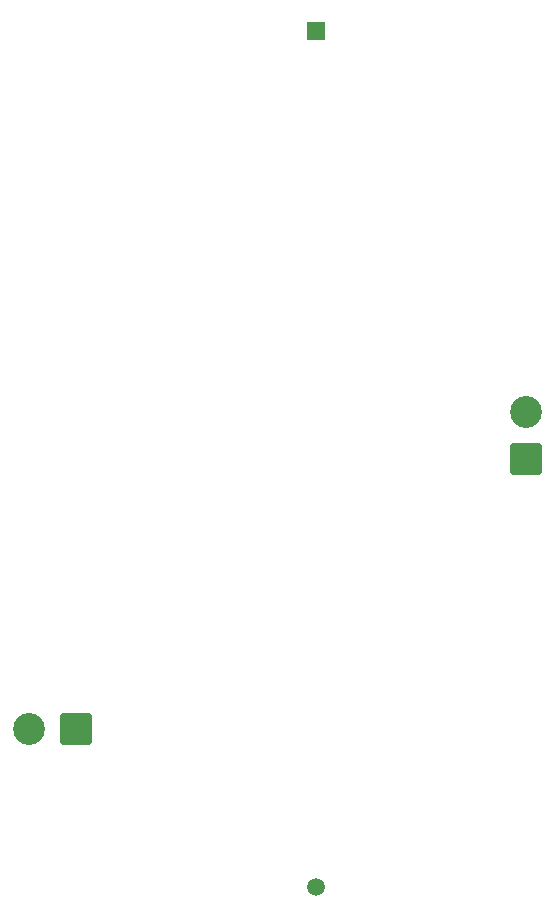
<source format=gbr>
%TF.GenerationSoftware,KiCad,Pcbnew,(6.0.8)*%
%TF.CreationDate,2022-11-04T03:53:52-06:00*%
%TF.ProjectId,CP40B,43503430-422e-46b6-9963-61645f706362,rev?*%
%TF.SameCoordinates,Original*%
%TF.FileFunction,Copper,L2,Bot*%
%TF.FilePolarity,Positive*%
%FSLAX46Y46*%
G04 Gerber Fmt 4.6, Leading zero omitted, Abs format (unit mm)*
G04 Created by KiCad (PCBNEW (6.0.8)) date 2022-11-04 03:53:52*
%MOMM*%
%LPD*%
G01*
G04 APERTURE LIST*
G04 Aperture macros list*
%AMRoundRect*
0 Rectangle with rounded corners*
0 $1 Rounding radius*
0 $2 $3 $4 $5 $6 $7 $8 $9 X,Y pos of 4 corners*
0 Add a 4 corners polygon primitive as box body*
4,1,4,$2,$3,$4,$5,$6,$7,$8,$9,$2,$3,0*
0 Add four circle primitives for the rounded corners*
1,1,$1+$1,$2,$3*
1,1,$1+$1,$4,$5*
1,1,$1+$1,$6,$7*
1,1,$1+$1,$8,$9*
0 Add four rect primitives between the rounded corners*
20,1,$1+$1,$2,$3,$4,$5,0*
20,1,$1+$1,$4,$5,$6,$7,0*
20,1,$1+$1,$6,$7,$8,$9,0*
20,1,$1+$1,$8,$9,$2,$3,0*%
G04 Aperture macros list end*
%TA.AperFunction,ComponentPad*%
%ADD10R,1.500000X1.500000*%
%TD*%
%TA.AperFunction,ComponentPad*%
%ADD11C,1.500000*%
%TD*%
%TA.AperFunction,ComponentPad*%
%ADD12RoundRect,0.250001X1.099999X1.099999X-1.099999X1.099999X-1.099999X-1.099999X1.099999X-1.099999X0*%
%TD*%
%TA.AperFunction,ComponentPad*%
%ADD13C,2.700000*%
%TD*%
%TA.AperFunction,ComponentPad*%
%ADD14RoundRect,0.250001X1.099999X-1.099999X1.099999X1.099999X-1.099999X1.099999X-1.099999X-1.099999X0*%
%TD*%
G04 APERTURE END LIST*
D10*
%TO.P,C4,1*%
%TO.N,Net-(C1-Pad1)*%
X182880000Y-65350000D03*
D11*
%TO.P,C4,2*%
%TO.N,Net-(C1-Pad2)*%
X182880000Y-137850000D03*
%TD*%
D12*
%TO.P,Power1,1,Pin_1*%
%TO.N,Net-(C1-Pad2)*%
X162560000Y-124460000D03*
D13*
%TO.P,Power1,2,Pin_2*%
%TO.N,Net-(C1-Pad1)*%
X158600000Y-124460000D03*
%TD*%
D14*
%TO.P,Power_Out1,1,Pin_1*%
%TO.N,Net-(C1-Pad2)*%
X200660000Y-101600000D03*
D13*
%TO.P,Power_Out1,2,Pin_2*%
%TO.N,Net-(C1-Pad1)*%
X200660000Y-97640000D03*
%TD*%
M02*

</source>
